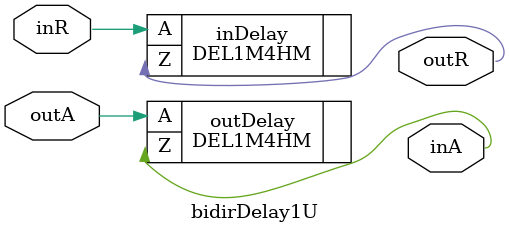
<source format=v>

`timescale 1ns / 1ps

module bidirDelay1U(inR, inA, outR, outA);
	
input	inR, outA;

output	outR, inA;

wire delayR0, delayR1, delayR2, delayR3;
wire delayA0, delayA1, delayA2, delayA3;

//request delay
//DEL4UHDV1 inDelay ( .I(inR), .Z(outR) );
DEL1M4HM inDelay ( .A(inR), .Z(outR) );
//acknowlege delay
//DEL4UHDV1 outDelay ( .I(outA), .Z(inA) );
DEL1M4HM outDelay ( .A(outA), .Z(inA) );
endmodule

</source>
